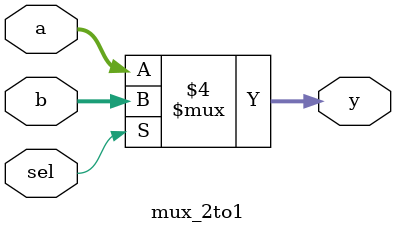
<source format=sv>
`timescale 1ns / 1ps

module mux_2to1 #(
    parameter int DATA_WIDTH = 8  // Parameterized data width with a default value of 8 bits
) (
    input logic [DATA_WIDTH-1:0] a,  // Input 1
    input logic [DATA_WIDTH-1:0] b,  // Input 2
    input logic sel,                  // Selector
    output logic [DATA_WIDTH-1:0] y   // Output
);

    // Description: A 2-to-1 multiplexer with parameterized data width
    // The 'y' output will be 'a' if 'sel' is 0, and 'b' if 'sel' is 1.
    always_comb begin
        if (sel == 0) begin
            y = a;
        end else begin
            y = b;
        end
    end

endmodule

</source>
